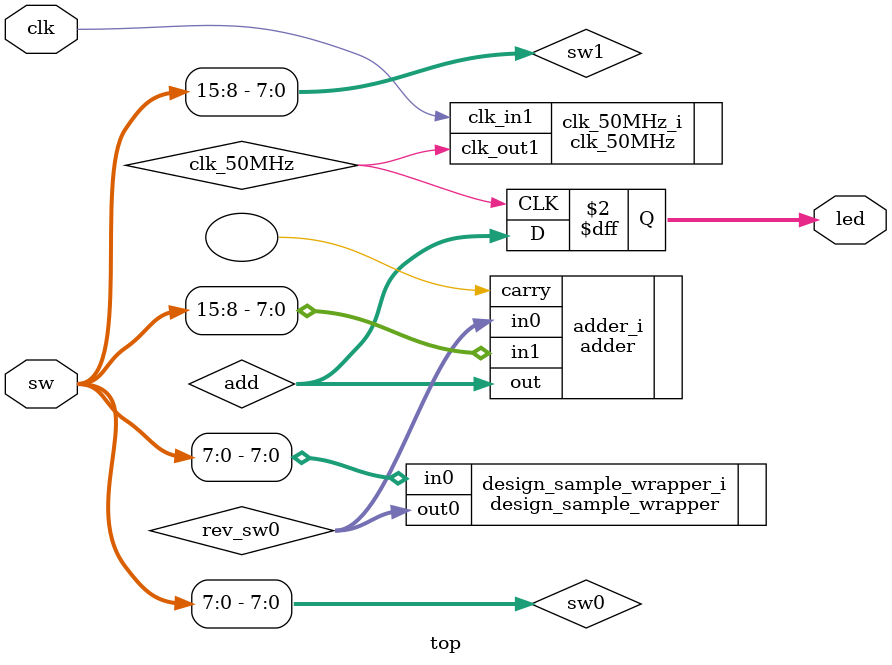
<source format=v>

`default_nettype none

module top (
    input wire clk,
    input wire [15:0]  sw,
    output reg [7:0] led
);

    wire clk_50MHz;
    wire [7:0] sw0, sw1, rev_sw0;
    wire [7:0] add;

    assign {sw1, sw0} = sw;

    always @(posedge clk_50MHz) begin
        led <= add;
    end

    clk_50MHz clk_50MHz_i (
        .clk_in1(clk),
        .clk_out1(clk_50MHz)
    );

    design_sample_wrapper design_sample_wrapper_i (
        .in0(sw0),
        .out0(rev_sw0)
    );

    adder #(
        .WIDTH(8)
    ) adder_i (
        .in0(rev_sw0),
        .in1(sw1),
        .out(add),
        .carry()
    );

endmodule
`default_nettype wire


</source>
